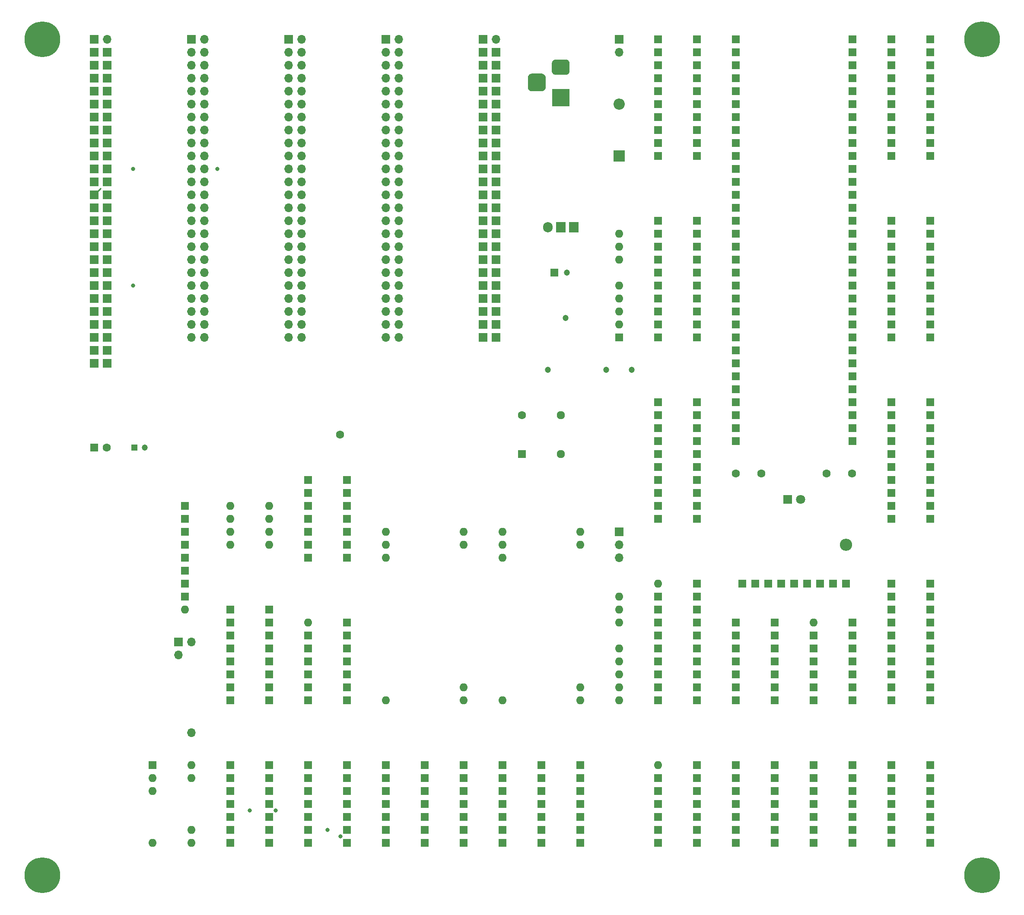
<source format=gbr>
From 0c2ff098bc6a4b4d9f6394e01cb9a9afd4792077 Mon Sep 17 00:00:00 2001
From: exegete <nikitf-97@mail.ru>
Date: Tue, 27 Oct 2020 17:25:05 +0300
Subject: HC, HCT fix. Gerber archive removed. Scheme pdf added.

---
 gerber/motherboard-B_Cu.gbr | 1669 +++++++++++++++++++++----------------------
 1 file changed, 800 insertions(+), 869 deletions(-)

(limited to 'gerber/motherboard-B_Cu.gbr')

diff --git a/gerber/motherboard-B_Cu.gbr b/gerber/motherboard-B_Cu.gbr
index 3330e20..4ac3f43 100644
--- a/gerber/motherboard-B_Cu.gbr
+++ b/gerber/motherboard-B_Cu.gbr
@@ -1,35 +1,73 @@
-G04 #@! TF.GenerationSoftware,KiCad,Pcbnew,5.1.5*
-G04 #@! TF.CreationDate,2020-09-25T13:07:15+03:00*
+G04 #@! TF.GenerationSoftware,KiCad,Pcbnew,5.1.6*
+G04 #@! TF.CreationDate,2020-10-27T17:21:31+03:00*
 G04 #@! TF.ProjectId,motherboard,6d6f7468-6572-4626-9f61-72642e6b6963,rev?*
 G04 #@! TF.SameCoordinates,Original*
 G04 #@! TF.FileFunction,Copper,L2,Bot*
 G04 #@! TF.FilePolarity,Positive*
 %FSLAX46Y46*%
 G04 Gerber Fmt 4.6, Leading zero omitted, Abs format (unit mm)*
-G04 Created by KiCad (PCBNEW 5.1.5) date 2020-09-25 13:07:15*
+G04 Created by KiCad (PCBNEW 5.1.6) date 2020-10-27 17:21:31*
 %MOMM*%
 %LPD*%
+G01*
 G04 APERTURE LIST*
+G04 #@! TA.AperFunction,ComponentPad*
 %ADD10C,7.000000*%
-%ADD11O,1.600000X1.600000*%
-%ADD12R,1.600000X1.600000*%
+G04 #@! TD*
+G04 #@! TA.AperFunction,ComponentPad*
+%ADD11R,1.600000X1.600000*%
+G04 #@! TD*
+G04 #@! TA.AperFunction,ComponentPad*
+%ADD12O,1.600000X1.600000*%
+G04 #@! TD*
+G04 #@! TA.AperFunction,ComponentPad*
 %ADD13C,1.600000*%
+G04 #@! TD*
+G04 #@! TA.AperFunction,ComponentPad*
 %ADD14C,1.200000*%
+G04 #@! TD*
+G04 #@! TA.AperFunction,ComponentPad*
 %ADD15R,1.200000X1.200000*%
+G04 #@! TD*
+G04 #@! TA.AperFunction,ComponentPad*
 %ADD16O,1.700000X1.700000*%
+G04 #@! TD*
+G04 #@! TA.AperFunction,ComponentPad*
 %ADD17R,1.700000X1.700000*%
-%ADD18O,1.905000X2.000000*%
-%ADD19R,1.905000X2.000000*%
+G04 #@! TD*
+G04 #@! TA.AperFunction,ComponentPad*
+%ADD18R,1.905000X2.000000*%
+G04 #@! TD*
+G04 #@! TA.AperFunction,ComponentPad*
+%ADD19O,1.905000X2.000000*%
+G04 #@! TD*
+G04 #@! TA.AperFunction,ComponentPad*
 %ADD20O,2.400000X2.400000*%
+G04 #@! TD*
+G04 #@! TA.AperFunction,ComponentPad*
 %ADD21C,2.400000*%
-%ADD22C,0.100000*%
-%ADD23R,3.500000X3.500000*%
-%ADD24C,1.800000*%
-%ADD25R,1.800000X1.800000*%
-%ADD26O,2.200000X2.200000*%
-%ADD27R,2.200000X2.200000*%
-%ADD28C,0.800000*%
-%ADD29C,0.250000*%
+G04 #@! TD*
+G04 #@! TA.AperFunction,ComponentPad*
+%ADD22R,3.500000X3.500000*%
+G04 #@! TD*
+G04 #@! TA.AperFunction,ComponentPad*
+%ADD23C,1.800000*%
+G04 #@! TD*
+G04 #@! TA.AperFunction,ComponentPad*
+%ADD24R,1.800000X1.800000*%
+G04 #@! TD*
+G04 #@! TA.AperFunction,ComponentPad*
+%ADD25O,2.200000X2.200000*%
+G04 #@! TD*
+G04 #@! TA.AperFunction,ComponentPad*
+%ADD26R,2.200000X2.200000*%
+G04 #@! TD*
+G04 #@! TA.AperFunction,ViaPad*
+%ADD27C,0.800000*%
+G04 #@! TD*
+G04 #@! TA.AperFunction,Conductor*
+%ADD28C,0.250000*%
+G04 #@! TD*
 G04 APERTURE END LIST*
 D10*
 X21590000Y-21590000D03*
@@ -37,138 +75,137 @@ X21590000Y-185420000D03*
 X205740000Y-185420000D03*
 X205740000Y-21590000D03*
 D11*
-X180340000Y-135890000D03*
-X172720000Y-151130000D03*
-X180340000Y-138430000D03*
-X172720000Y-148590000D03*
-X180340000Y-140970000D03*
-X172720000Y-146050000D03*
-X180340000Y-143510000D03*
-X172720000Y-143510000D03*
-X180340000Y-146050000D03*
-X172720000Y-140970000D03*
-X180340000Y-148590000D03*
-X172720000Y-138430000D03*
-X180340000Y-151130000D03*
-D12*
 X172720000Y-135890000D03*
-D11*
-X96520000Y-163830000D03*
-X88900000Y-179070000D03*
-X96520000Y-166370000D03*
-X88900000Y-176530000D03*
-X96520000Y-168910000D03*
-X88900000Y-173990000D03*
-X96520000Y-171450000D03*
-X88900000Y-171450000D03*
-X96520000Y-173990000D03*
-X88900000Y-168910000D03*
-X96520000Y-176530000D03*
-X88900000Y-166370000D03*
-X96520000Y-179070000D03*
 D12*
-X88900000Y-163830000D03*
+X180340000Y-151130000D03*
+X172720000Y-138430000D03*
+X180340000Y-148590000D03*
+X172720000Y-140970000D03*
+X180340000Y-146050000D03*
+X172720000Y-143510000D03*
+X180340000Y-143510000D03*
+X172720000Y-146050000D03*
+X180340000Y-140970000D03*
+X172720000Y-148590000D03*
+X180340000Y-138430000D03*
+X172720000Y-151130000D03*
+X180340000Y-135890000D03*
 D11*
-X111760000Y-163830000D03*
-X104140000Y-179070000D03*
-X111760000Y-166370000D03*
-X104140000Y-176530000D03*
-X111760000Y-168910000D03*
-X104140000Y-173990000D03*
-X111760000Y-171450000D03*
-X104140000Y-171450000D03*
-X111760000Y-173990000D03*
-X104140000Y-168910000D03*
-X111760000Y-176530000D03*
-X104140000Y-166370000D03*
-X111760000Y-179070000D03*
+X88900000Y-163830000D03*
 D12*
-X104140000Y-163830000D03*
+X96520000Y-179070000D03*
+X88900000Y-166370000D03*
+X96520000Y-176530000D03*
+X88900000Y-168910000D03*
+X96520000Y-173990000D03*
+X88900000Y-171450000D03*
+X96520000Y-171450000D03*
+X88900000Y-173990000D03*
+X96520000Y-168910000D03*
+X88900000Y-176530000D03*
+X96520000Y-166370000D03*
+X88900000Y-179070000D03*
+X96520000Y-163830000D03*
 D11*
-X66040000Y-133350000D03*
-X58420000Y-151130000D03*
-X66040000Y-135890000D03*
-X58420000Y-148590000D03*
-X66040000Y-138430000D03*
-X58420000Y-146050000D03*
-X66040000Y-140970000D03*
-X58420000Y-143510000D03*
-X66040000Y-143510000D03*
-X58420000Y-140970000D03*
-X66040000Y-146050000D03*
-X58420000Y-138430000D03*
-X66040000Y-148590000D03*
-X58420000Y-135890000D03*
-X66040000Y-151130000D03*
+X104140000Y-163830000D03*
 D12*
-X58420000Y-133350000D03*
+X111760000Y-179070000D03*
+X104140000Y-166370000D03*
+X111760000Y-176530000D03*
+X104140000Y-168910000D03*
+X111760000Y-173990000D03*
+X104140000Y-171450000D03*
+X111760000Y-171450000D03*
+X104140000Y-173990000D03*
+X111760000Y-168910000D03*
+X104140000Y-176530000D03*
+X111760000Y-166370000D03*
+X104140000Y-179070000D03*
+X111760000Y-163830000D03*
 D11*
-X180340000Y-21590000D03*
-X157480000Y-100330000D03*
-X180340000Y-24130000D03*
-X157480000Y-97790000D03*
-X180340000Y-26670000D03*
-X157480000Y-95250000D03*
-X180340000Y-29210000D03*
-X157480000Y-92710000D03*
-X180340000Y-31750000D03*
-X157480000Y-90170000D03*
-X180340000Y-34290000D03*
-X157480000Y-87630000D03*
-X180340000Y-36830000D03*
-X157480000Y-85090000D03*
-X180340000Y-39370000D03*
-X157480000Y-82550000D03*
-X180340000Y-41910000D03*
-X157480000Y-80010000D03*
-X180340000Y-44450000D03*
-X157480000Y-77470000D03*
-X180340000Y-46990000D03*
-X157480000Y-74930000D03*
-X180340000Y-49530000D03*
-X157480000Y-72390000D03*
-X180340000Y-52070000D03*
-X157480000Y-69850000D03*
-X180340000Y-54610000D03*
-X157480000Y-67310000D03*
-X180340000Y-57150000D03*
-X157480000Y-64770000D03*
-X180340000Y-59690000D03*
-X157480000Y-62230000D03*
-X180340000Y-62230000D03*
-X157480000Y-59690000D03*
-X180340000Y-64770000D03*
-X157480000Y-57150000D03*
-X180340000Y-67310000D03*
-X157480000Y-54610000D03*
-X180340000Y-69850000D03*
-X157480000Y-52070000D03*
-X180340000Y-72390000D03*
-X157480000Y-49530000D03*
-X180340000Y-74930000D03*
-X157480000Y-46990000D03*
-X180340000Y-77470000D03*
-X157480000Y-44450000D03*
-X180340000Y-80010000D03*
-X157480000Y-41910000D03*
-X180340000Y-82550000D03*
-X157480000Y-39370000D03*
-X180340000Y-85090000D03*
-X157480000Y-36830000D03*
-X180340000Y-87630000D03*
-X157480000Y-34290000D03*
-X180340000Y-90170000D03*
-X157480000Y-31750000D03*
-X180340000Y-92710000D03*
-X157480000Y-29210000D03*
-X180340000Y-95250000D03*
-X157480000Y-26670000D03*
-X180340000Y-97790000D03*
-X157480000Y-24130000D03*
-X180340000Y-100330000D03*
+X58420000Y-133350000D03*
 D12*
-X157480000Y-21590000D03*
+X66040000Y-151130000D03*
+X58420000Y-135890000D03*
+X66040000Y-148590000D03*
+X58420000Y-138430000D03*
+X66040000Y-146050000D03*
+X58420000Y-140970000D03*
+X66040000Y-143510000D03*
+X58420000Y-143510000D03*
+X66040000Y-140970000D03*
+X58420000Y-146050000D03*
+X66040000Y-138430000D03*
+X58420000Y-148590000D03*
+X66040000Y-135890000D03*
+X58420000Y-151130000D03*
+X66040000Y-133350000D03*
 D11*
+X157480000Y-21590000D03*
+D12*
+X180340000Y-100330000D03*
+X157480000Y-24130000D03*
+X180340000Y-97790000D03*
+X157480000Y-26670000D03*
+X180340000Y-95250000D03*
+X157480000Y-29210000D03*
+X180340000Y-92710000D03*
+X157480000Y-31750000D03*
+X180340000Y-90170000D03*
+X157480000Y-34290000D03*
+X180340000Y-87630000D03*
+X157480000Y-36830000D03*
+X180340000Y-85090000D03*
+X157480000Y-39370000D03*
+X180340000Y-82550000D03*
+X157480000Y-41910000D03*
+X180340000Y-80010000D03*
+X157480000Y-44450000D03*
+X180340000Y-77470000D03*
+X157480000Y-46990000D03*
+X180340000Y-74930000D03*
+X157480000Y-49530000D03*
+X180340000Y-72390000D03*
+X157480000Y-52070000D03*
+X180340000Y-69850000D03*
+X157480000Y-54610000D03*
+X180340000Y-67310000D03*
+X157480000Y-57150000D03*
+X180340000Y-64770000D03*
+X157480000Y-59690000D03*
+X180340000Y-62230000D03*
+X157480000Y-62230000D03*
+X180340000Y-59690000D03*
+X157480000Y-64770000D03*
+X180340000Y-57150000D03*
+X157480000Y-67310000D03*
+X180340000Y-54610000D03*
+X157480000Y-69850000D03*
+X180340000Y-52070000D03*
+X157480000Y-72390000D03*
+X180340000Y-49530000D03*
+X157480000Y-74930000D03*
+X180340000Y-46990000D03*
+X157480000Y-77470000D03*
+X180340000Y-44450000D03*
+X157480000Y-80010000D03*
+X180340000Y-41910000D03*
+X157480000Y-82550000D03*
+X180340000Y-39370000D03*
+X157480000Y-85090000D03*
+X180340000Y-36830000D03*
+X157480000Y-87630000D03*
+X180340000Y-34290000D03*
+X157480000Y-90170000D03*
+X180340000Y-31750000D03*
+X157480000Y-92710000D03*
+X180340000Y-29210000D03*
+X157480000Y-95250000D03*
+X180340000Y-26670000D03*
+X157480000Y-97790000D03*
+X180340000Y-24130000D03*
+X157480000Y-100330000D03*
+X180340000Y-21590000D03*
 X127000000Y-118110000D03*
 X111760000Y-151130000D03*
 X127000000Y-120650000D03*
@@ -196,153 +233,152 @@ X111760000Y-123190000D03*
 X127000000Y-148590000D03*
 X111760000Y-120650000D03*
 X127000000Y-151130000D03*
-D12*
-X111760000Y-118110000D03*
 D11*
-X81280000Y-135890000D03*
-X73660000Y-151130000D03*
-X81280000Y-138430000D03*
-X73660000Y-148590000D03*
-X81280000Y-140970000D03*
-X73660000Y-146050000D03*
-X81280000Y-143510000D03*
-X73660000Y-143510000D03*
-X81280000Y-146050000D03*
-X73660000Y-140970000D03*
-X81280000Y-148590000D03*
-X73660000Y-138430000D03*
-X81280000Y-151130000D03*
-D12*
+X111760000Y-118110000D03*
 X73660000Y-135890000D03*
-D11*
-X149860000Y-92710000D03*
-X142240000Y-115570000D03*
-X149860000Y-95250000D03*
-X142240000Y-113030000D03*
-X149860000Y-97790000D03*
-X142240000Y-110490000D03*
-X149860000Y-100330000D03*
-X142240000Y-107950000D03*
-X149860000Y-102870000D03*
-X142240000Y-105410000D03*
-X149860000Y-105410000D03*
-X142240000Y-102870000D03*
-X149860000Y-107950000D03*
-X142240000Y-100330000D03*
-X149860000Y-110490000D03*
-X142240000Y-97790000D03*
-X149860000Y-113030000D03*
-X142240000Y-95250000D03*
-X149860000Y-115570000D03*
 D12*
-X142240000Y-92710000D03*
+X81280000Y-151130000D03*
+X73660000Y-138430000D03*
+X81280000Y-148590000D03*
+X73660000Y-140970000D03*
+X81280000Y-146050000D03*
+X73660000Y-143510000D03*
+X81280000Y-143510000D03*
+X73660000Y-146050000D03*
+X81280000Y-140970000D03*
+X73660000Y-148590000D03*
+X81280000Y-138430000D03*
+X73660000Y-151130000D03*
+X81280000Y-135890000D03*
 D11*
-X195580000Y-57150000D03*
-X187960000Y-80010000D03*
-X195580000Y-59690000D03*
-X187960000Y-77470000D03*
-X195580000Y-62230000D03*
-X187960000Y-74930000D03*
-X195580000Y-64770000D03*
-X187960000Y-72390000D03*
-X195580000Y-67310000D03*
-X187960000Y-69850000D03*
-X195580000Y-69850000D03*
-X187960000Y-67310000D03*
-X195580000Y-72390000D03*
-X187960000Y-64770000D03*
-X195580000Y-74930000D03*
-X187960000Y-62230000D03*
-X195580000Y-77470000D03*
-X187960000Y-59690000D03*
-X195580000Y-80010000D03*
+X142240000Y-92710000D03*
 D12*
-X187960000Y-57150000D03*
+X149860000Y-115570000D03*
+X142240000Y-95250000D03*
+X149860000Y-113030000D03*
+X142240000Y-97790000D03*
+X149860000Y-110490000D03*
+X142240000Y-100330000D03*
+X149860000Y-107950000D03*
+X142240000Y-102870000D03*
+X149860000Y-105410000D03*
+X142240000Y-105410000D03*
+X149860000Y-102870000D03*
+X142240000Y-107950000D03*
+X149860000Y-100330000D03*
+X142240000Y-110490000D03*
+X149860000Y-97790000D03*
+X142240000Y-113030000D03*
+X149860000Y-95250000D03*
+X142240000Y-115570000D03*
+X149860000Y-92710000D03*
 D11*
-X81280000Y-107950000D03*
-X73660000Y-123190000D03*
-X81280000Y-110490000D03*
-X73660000Y-120650000D03*
-X81280000Y-113030000D03*
-X73660000Y-118110000D03*
-X81280000Y-115570000D03*
-X73660000Y-115570000D03*
-X81280000Y-118110000D03*
-X73660000Y-113030000D03*
-X81280000Y-120650000D03*
-X73660000Y-110490000D03*
-X81280000Y-123190000D03*
+X187960000Y-57150000D03*
 D12*
-X73660000Y-107950000D03*
+X195580000Y-80010000D03*
+X187960000Y-59690000D03*
+X195580000Y-77470000D03*
+X187960000Y-62230000D03*
+X195580000Y-74930000D03*
+X187960000Y-64770000D03*
+X195580000Y-72390000D03*
+X187960000Y-67310000D03*
+X195580000Y-69850000D03*
+X187960000Y-69850000D03*
+X195580000Y-67310000D03*
+X187960000Y-72390000D03*
+X195580000Y-64770000D03*
+X187960000Y-74930000D03*
+X195580000Y-62230000D03*
+X187960000Y-77470000D03*
+X195580000Y-59690000D03*
+X187960000Y-80010000D03*
+X195580000Y-57150000D03*
 D11*
-X165100000Y-135890000D03*
-X157480000Y-151130000D03*
-X165100000Y-138430000D03*
-X157480000Y-148590000D03*
-X165100000Y-140970000D03*
-X157480000Y-146050000D03*
-X165100000Y-143510000D03*
-X157480000Y-143510000D03*
-X165100000Y-146050000D03*
-X157480000Y-140970000D03*
-X165100000Y-148590000D03*
-X157480000Y-138430000D03*
-X165100000Y-151130000D03*
+X73660000Y-107950000D03*
 D12*
-X157480000Y-135890000D03*
+X81280000Y-123190000D03*
+X73660000Y-110490000D03*
+X81280000Y-120650000D03*
+X73660000Y-113030000D03*
+X81280000Y-118110000D03*
+X73660000Y-115570000D03*
+X81280000Y-115570000D03*
+X73660000Y-118110000D03*
+X81280000Y-113030000D03*
+X73660000Y-120650000D03*
+X81280000Y-110490000D03*
+X73660000Y-123190000D03*
+X81280000Y-107950000D03*
 D11*
-X149860000Y-21590000D03*
-X142240000Y-44450000D03*
-X149860000Y-24130000D03*
-X142240000Y-41910000D03*
-X149860000Y-26670000D03*
-X142240000Y-39370000D03*
-X149860000Y-29210000D03*
-X142240000Y-36830000D03*
-X149860000Y-31750000D03*
-X142240000Y-34290000D03*
-X149860000Y-34290000D03*
-X142240000Y-31750000D03*
-X149860000Y-36830000D03*
-X142240000Y-29210000D03*
-X149860000Y-39370000D03*
-X142240000Y-26670000D03*
-X149860000Y-41910000D03*
-X142240000Y-24130000D03*
-X149860000Y-44450000D03*
+X157480000Y-135890000D03*
 D12*
-X142240000Y-21590000D03*
+X165100000Y-151130000D03*
+X157480000Y-138430000D03*
+X165100000Y-148590000D03*
+X157480000Y-140970000D03*
+X165100000Y-146050000D03*
+X157480000Y-143510000D03*
+X165100000Y-143510000D03*
+X157480000Y-146050000D03*
+X165100000Y-140970000D03*
+X157480000Y-148590000D03*
+X165100000Y-138430000D03*
+X157480000Y-151130000D03*
+X165100000Y-135890000D03*
 D11*
-X195580000Y-92710000D03*
-X187960000Y-115570000D03*
-X195580000Y-95250000D03*
-X187960000Y-113030000D03*
-X195580000Y-97790000D03*
-X187960000Y-110490000D03*
-X195580000Y-100330000D03*
-X187960000Y-107950000D03*
-X195580000Y-102870000D03*
-X187960000Y-105410000D03*
-X195580000Y-105410000D03*
-X187960000Y-102870000D03*
-X195580000Y-107950000D03*
-X187960000Y-100330000D03*
-X195580000Y-110490000D03*
-X187960000Y-97790000D03*
-X195580000Y-113030000D03*
-X187960000Y-95250000D03*
-X195580000Y-115570000D03*
+X142240000Y-21590000D03*
 D12*
+X149860000Y-44450000D03*
+X142240000Y-24130000D03*
+X149860000Y-41910000D03*
+X142240000Y-26670000D03*
+X149860000Y-39370000D03*
+X142240000Y-29210000D03*
+X149860000Y-36830000D03*
+X142240000Y-31750000D03*
+X149860000Y-34290000D03*
+X142240000Y-34290000D03*
+X149860000Y-31750000D03*
+X142240000Y-36830000D03*
+X149860000Y-29210000D03*
+X142240000Y-39370000D03*
+X149860000Y-26670000D03*
+X142240000Y-41910000D03*
+X149860000Y-24130000D03*
+X142240000Y-44450000D03*
+X149860000Y-21590000D03*
+D11*
 X187960000Y-92710000D03*
+D12*
+X195580000Y-115570000D03*
+X187960000Y-95250000D03*
+X195580000Y-113030000D03*
+X187960000Y-97790000D03*
+X195580000Y-110490000D03*
+X187960000Y-100330000D03*
+X195580000Y-107950000D03*
+X187960000Y-102870000D03*
+X195580000Y-105410000D03*
+X187960000Y-105410000D03*
+X195580000Y-102870000D03*
+X187960000Y-107950000D03*
+X195580000Y-100330000D03*
+X187960000Y-110490000D03*
+X195580000Y-97790000D03*
+X187960000Y-113030000D03*
+X195580000Y-95250000D03*
+X187960000Y-115570000D03*
+X195580000Y-92710000D03*
 D13*
 X34250000Y-101600000D03*
-D12*
+D11*
 X31750000Y-101600000D03*
 D14*
 X41656000Y-101600000D03*
 D15*
 X39656000Y-101600000D03*
-D11*
+D12*
 X50800000Y-163830000D03*
 X43180000Y-179070000D03*
 X50800000Y-166370000D03*
@@ -356,7 +392,7 @@ X43180000Y-168910000D03*
 X50800000Y-176530000D03*
 X43180000Y-166370000D03*
 X50800000Y-179070000D03*
-D12*
+D11*
 X43180000Y-163830000D03*
 D16*
 X50800000Y-157480000D03*
@@ -376,68 +412,67 @@ X48260000Y-142240000D03*
 X50800000Y-139700000D03*
 D17*
 X48260000Y-139700000D03*
+X107950000Y-21590000D03*
 D16*
-X110490000Y-80010000D03*
-X107950000Y-80010000D03*
-X110490000Y-77470000D03*
-X107950000Y-77470000D03*
-X110490000Y-74930000D03*
-X107950000Y-74930000D03*
-X110490000Y-72390000D03*
-X107950000Y-72390000D03*
-X110490000Y-69850000D03*
-X107950000Y-69850000D03*
-X110490000Y-67310000D03*
-X107950000Y-67310000D03*
-X110490000Y-64770000D03*
-X107950000Y-64770000D03*
-X110490000Y-62230000D03*
-X107950000Y-62230000D03*
-X110490000Y-59690000D03*
-X107950000Y-59690000D03*
-X110490000Y-57150000D03*
-X107950000Y-57150000D03*
-X110490000Y-54610000D03*
-X107950000Y-54610000D03*
-X110490000Y-52070000D03*
-X107950000Y-52070000D03*
-X110490000Y-49530000D03*
-X107950000Y-49530000D03*
-X110490000Y-46990000D03*
-X107950000Y-46990000D03*
-X110490000Y-44450000D03*
-X107950000Y-44450000D03*
-X110490000Y-41910000D03*
-X107950000Y-41910000D03*
-X110490000Y-39370000D03*
-X107950000Y-39370000D03*
-X110490000Y-36830000D03*
-X107950000Y-36830000D03*
-X110490000Y-34290000D03*
-X107950000Y-34290000D03*
-X110490000Y-31750000D03*
-X107950000Y-31750000D03*
-X110490000Y-29210000D03*
-X107950000Y-29210000D03*
-X110490000Y-26670000D03*
-X107950000Y-26670000D03*
-X110490000Y-24130000D03*
-X107950000Y-24130000D03*
 X110490000Y-21590000D03*
-D17*
-X107950000Y-21590000D03*
+X107950000Y-24130000D03*
+X110490000Y-24130000D03*
+X107950000Y-26670000D03*
+X110490000Y-26670000D03*
+X107950000Y-29210000D03*
+X110490000Y-29210000D03*
+X107950000Y-31750000D03*
+X110490000Y-31750000D03*
+X107950000Y-34290000D03*
+X110490000Y-34290000D03*
+X107950000Y-36830000D03*
+X110490000Y-36830000D03*
+X107950000Y-39370000D03*
+X110490000Y-39370000D03*
+X107950000Y-41910000D03*
+X110490000Y-41910000D03*
+X107950000Y-44450000D03*
+X110490000Y-44450000D03*
+X107950000Y-46990000D03*
+X110490000Y-46990000D03*
+X107950000Y-49530000D03*
+X110490000Y-49530000D03*
+X107950000Y-52070000D03*
+X110490000Y-52070000D03*
+X107950000Y-54610000D03*
+X110490000Y-54610000D03*
+X107950000Y-57150000D03*
+X110490000Y-57150000D03*
+X107950000Y-59690000D03*
+X110490000Y-59690000D03*
+X107950000Y-62230000D03*
+X110490000Y-62230000D03*
+X107950000Y-64770000D03*
+X110490000Y-64770000D03*
+X107950000Y-67310000D03*
+X110490000Y-67310000D03*
+X107950000Y-69850000D03*
+X110490000Y-69850000D03*
+X107950000Y-72390000D03*
+X110490000Y-72390000D03*
+X107950000Y-74930000D03*
+X110490000Y-74930000D03*
+X107950000Y-77470000D03*
+X110490000Y-77470000D03*
+X107950000Y-80010000D03*
+X110490000Y-80010000D03*
+D11*
+X115570000Y-102870000D03*
 D13*
-X123190000Y-102870000D03*
-X123190000Y-95250000D03*
 X115570000Y-95250000D03*
-D12*
-X115570000Y-102870000D03*
+X123190000Y-95250000D03*
+X123190000Y-102870000D03*
 D18*
-X125730000Y-58420000D03*
-X123190000Y-58420000D03*
-D19*
 X120650000Y-58420000D03*
-D11*
+D19*
+X123190000Y-58420000D03*
+X125730000Y-58420000D03*
+D12*
 X66040000Y-113030000D03*
 X58420000Y-120650000D03*
 X66040000Y-115570000D03*
@@ -445,145 +480,143 @@ X58420000Y-118110000D03*
 X66040000Y-118110000D03*
 X58420000Y-115570000D03*
 X66040000Y-120650000D03*
-D12*
-X58420000Y-113030000D03*
 D11*
-X149860000Y-128270000D03*
-X142240000Y-151130000D03*
-X149860000Y-130810000D03*
-X142240000Y-148590000D03*
-X149860000Y-133350000D03*
-X142240000Y-146050000D03*
-X149860000Y-135890000D03*
-X142240000Y-143510000D03*
-X149860000Y-138430000D03*
-X142240000Y-140970000D03*
-X149860000Y-140970000D03*
-X142240000Y-138430000D03*
-X149860000Y-143510000D03*
-X142240000Y-135890000D03*
-X149860000Y-146050000D03*
-X142240000Y-133350000D03*
-X149860000Y-148590000D03*
-X142240000Y-130810000D03*
-X149860000Y-151130000D03*
-D12*
+X58420000Y-113030000D03*
 X142240000Y-128270000D03*
-D11*
-X195580000Y-128270000D03*
-X187960000Y-151130000D03*
-X195580000Y-130810000D03*
-X187960000Y-148590000D03*
-X195580000Y-133350000D03*
-X187960000Y-146050000D03*
-X195580000Y-135890000D03*
-X187960000Y-143510000D03*
-X195580000Y-138430000D03*
-X187960000Y-140970000D03*
-X195580000Y-140970000D03*
-X187960000Y-138430000D03*
-X195580000Y-143510000D03*
-X187960000Y-135890000D03*
-X195580000Y-146050000D03*
-X187960000Y-133350000D03*
-X195580000Y-148590000D03*
-X187960000Y-130810000D03*
-X195580000Y-151130000D03*
 D12*
-X187960000Y-128270000D03*
-D11*
-X149860000Y-57150000D03*
-X142240000Y-80010000D03*
-X149860000Y-59690000D03*
-X142240000Y-77470000D03*
-X149860000Y-62230000D03*
-X142240000Y-74930000D03*
-X149860000Y-64770000D03*
-X142240000Y-72390000D03*
-X149860000Y-67310000D03*
-X142240000Y-69850000D03*
-X149860000Y-69850000D03*
-X142240000Y-67310000D03*
-X149860000Y-72390000D03*
-X142240000Y-64770000D03*
-X149860000Y-74930000D03*
-X142240000Y-62230000D03*
-X149860000Y-77470000D03*
-X142240000Y-59690000D03*
-X149860000Y-80010000D03*
+X149860000Y-151130000D03*
+X142240000Y-130810000D03*
+X149860000Y-148590000D03*
+X142240000Y-133350000D03*
+X149860000Y-146050000D03*
+X142240000Y-135890000D03*
+X149860000Y-143510000D03*
+X142240000Y-138430000D03*
+X149860000Y-140970000D03*
+X142240000Y-140970000D03*
+X149860000Y-138430000D03*
+X142240000Y-143510000D03*
+X149860000Y-135890000D03*
+X142240000Y-146050000D03*
+X149860000Y-133350000D03*
+X142240000Y-148590000D03*
+X149860000Y-130810000D03*
+X142240000Y-151130000D03*
+X149860000Y-128270000D03*
+D11*
+X187960000Y-128270000D03*
 D12*
-X142240000Y-57150000D03*
+X195580000Y-151130000D03*
+X187960000Y-130810000D03*
+X195580000Y-148590000D03*
+X187960000Y-133350000D03*
+X195580000Y-146050000D03*
+X187960000Y-135890000D03*
+X195580000Y-143510000D03*
+X187960000Y-138430000D03*
+X195580000Y-140970000D03*
+X187960000Y-140970000D03*
+X195580000Y-138430000D03*
+X187960000Y-143510000D03*
+X195580000Y-135890000D03*
+X187960000Y-146050000D03*
+X195580000Y-133350000D03*
+X187960000Y-148590000D03*
+X195580000Y-130810000D03*
+X187960000Y-151130000D03*
+X195580000Y-128270000D03*
 D11*
-X195580000Y-21590000D03*
-X187960000Y-44450000D03*
-X195580000Y-24130000D03*
-X187960000Y-41910000D03*
-X195580000Y-26670000D03*
-X187960000Y-39370000D03*
-X195580000Y-29210000D03*
-X187960000Y-36830000D03*
-X195580000Y-31750000D03*
-X187960000Y-34290000D03*
-X195580000Y-34290000D03*
-X187960000Y-31750000D03*
-X195580000Y-36830000D03*
-X187960000Y-29210000D03*
-X195580000Y-39370000D03*
-X187960000Y-26670000D03*
-X195580000Y-41910000D03*
-X187960000Y-24130000D03*
-X195580000Y-44450000D03*
+X142240000Y-57150000D03*
 D12*
-X187960000Y-21590000D03*
+X149860000Y-80010000D03*
+X142240000Y-59690000D03*
+X149860000Y-77470000D03*
+X142240000Y-62230000D03*
+X149860000Y-74930000D03*
+X142240000Y-64770000D03*
+X149860000Y-72390000D03*
+X142240000Y-67310000D03*
+X149860000Y-69850000D03*
+X142240000Y-69850000D03*
+X149860000Y-67310000D03*
+X142240000Y-72390000D03*
+X149860000Y-64770000D03*
+X142240000Y-74930000D03*
+X149860000Y-62230000D03*
+X142240000Y-77470000D03*
+X149860000Y-59690000D03*
+X142240000Y-80010000D03*
+X149860000Y-57150000D03*
 D11*
-X81280000Y-163830000D03*
-X73660000Y-179070000D03*
-X81280000Y-166370000D03*
-X73660000Y-176530000D03*
-X81280000Y-168910000D03*
-X73660000Y-173990000D03*
-X81280000Y-171450000D03*
-X73660000Y-171450000D03*
-X81280000Y-173990000D03*
-X73660000Y-168910000D03*
-X81280000Y-176530000D03*
-X73660000Y-166370000D03*
-X81280000Y-179070000D03*
+X187960000Y-21590000D03*
 D12*
-X73660000Y-163830000D03*
+X195580000Y-44450000D03*
+X187960000Y-24130000D03*
+X195580000Y-41910000D03*
+X187960000Y-26670000D03*
+X195580000Y-39370000D03*
+X187960000Y-29210000D03*
+X195580000Y-36830000D03*
+X187960000Y-31750000D03*
+X195580000Y-34290000D03*
+X187960000Y-34290000D03*
+X195580000Y-31750000D03*
+X187960000Y-36830000D03*
+X195580000Y-29210000D03*
+X187960000Y-39370000D03*
+X195580000Y-26670000D03*
+X187960000Y-41910000D03*
+X195580000Y-24130000D03*
+X187960000Y-44450000D03*
+X195580000Y-21590000D03*
 D11*
-X66040000Y-163830000D03*
-X58420000Y-179070000D03*
-X66040000Y-166370000D03*
-X58420000Y-176530000D03*
-X66040000Y-168910000D03*
-X58420000Y-173990000D03*
-X66040000Y-171450000D03*
-X58420000Y-171450000D03*
-X66040000Y-173990000D03*
-X58420000Y-168910000D03*
-X66040000Y-176530000D03*
-X58420000Y-166370000D03*
-X66040000Y-179070000D03*
+X73660000Y-163830000D03*
 D12*
-X58420000Y-163830000D03*
+X81280000Y-179070000D03*
+X73660000Y-166370000D03*
+X81280000Y-176530000D03*
+X73660000Y-168910000D03*
+X81280000Y-173990000D03*
+X73660000Y-171450000D03*
+X81280000Y-171450000D03*
+X73660000Y-173990000D03*
+X81280000Y-168910000D03*
+X73660000Y-176530000D03*
+X81280000Y-166370000D03*
+X73660000Y-179070000D03*
+X81280000Y-163830000D03*
 D11*
-X195580000Y-163830000D03*
-X187960000Y-179070000D03*
-X195580000Y-166370000D03*
-X187960000Y-176530000D03*
-X195580000Y-168910000D03*
-X187960000Y-173990000D03*
-X195580000Y-171450000D03*
-X187960000Y-171450000D03*
-X195580000Y-173990000D03*
-X187960000Y-168910000D03*
-X195580000Y-176530000D03*
-X187960000Y-166370000D03*
-X195580000Y-179070000D03*
+X58420000Y-163830000D03*
 D12*
-X187960000Y-163830000D03*
+X66040000Y-179070000D03*
+X58420000Y-166370000D03*
+X66040000Y-176530000D03*
+X58420000Y-168910000D03*
+X66040000Y-173990000D03*
+X58420000Y-171450000D03*
+X66040000Y-171450000D03*
+X58420000Y-173990000D03*
+X66040000Y-168910000D03*
+X58420000Y-176530000D03*
+X66040000Y-166370000D03*
+X58420000Y-179070000D03*
+X66040000Y-163830000D03*
 D11*
+X187960000Y-163830000D03*
+D12*
+X195580000Y-179070000D03*
+X187960000Y-166370000D03*
+X195580000Y-176530000D03*
+X187960000Y-168910000D03*
+X195580000Y-173990000D03*
+X187960000Y-171450000D03*
+X195580000Y-171450000D03*
+X187960000Y-173990000D03*
+X195580000Y-168910000D03*
+X187960000Y-176530000D03*
+X195580000Y-166370000D03*
+X187960000Y-179070000D03*
+X195580000Y-163830000D03*
 X104140000Y-118110000D03*
 X88900000Y-151130000D03*
 X104140000Y-120650000D03*
@@ -611,84 +644,82 @@ X88900000Y-123190000D03*
 X104140000Y-148590000D03*
 X88900000Y-120650000D03*
 X104140000Y-151130000D03*
-D12*
-X88900000Y-118110000D03*
 D11*
-X149860000Y-163830000D03*
-X142240000Y-179070000D03*
-X149860000Y-166370000D03*
-X142240000Y-176530000D03*
-X149860000Y-168910000D03*
-X142240000Y-173990000D03*
-X149860000Y-171450000D03*
-X142240000Y-171450000D03*
-X149860000Y-173990000D03*
-X142240000Y-168910000D03*
-X149860000Y-176530000D03*
-X142240000Y-166370000D03*
-X149860000Y-179070000D03*
-D12*
+X88900000Y-118110000D03*
 X142240000Y-163830000D03*
-D11*
-X180340000Y-163830000D03*
-X172720000Y-179070000D03*
-X180340000Y-166370000D03*
-X172720000Y-176530000D03*
-X180340000Y-168910000D03*
-X172720000Y-173990000D03*
-X180340000Y-171450000D03*
-X172720000Y-171450000D03*
-X180340000Y-173990000D03*
-X172720000Y-168910000D03*
-X180340000Y-176530000D03*
-X172720000Y-166370000D03*
-X180340000Y-179070000D03*
 D12*
-X172720000Y-163830000D03*
+X149860000Y-179070000D03*
+X142240000Y-166370000D03*
+X149860000Y-176530000D03*
+X142240000Y-168910000D03*
+X149860000Y-173990000D03*
+X142240000Y-171450000D03*
+X149860000Y-171450000D03*
+X142240000Y-173990000D03*
+X149860000Y-168910000D03*
+X142240000Y-176530000D03*
+X149860000Y-166370000D03*
+X142240000Y-179070000D03*
+X149860000Y-163830000D03*
 D11*
-X127000000Y-163830000D03*
-X119380000Y-179070000D03*
-X127000000Y-166370000D03*
-X119380000Y-176530000D03*
-X127000000Y-168910000D03*
-X119380000Y-173990000D03*
-X127000000Y-171450000D03*
-X119380000Y-171450000D03*
-X127000000Y-173990000D03*
-X119380000Y-168910000D03*
-X127000000Y-176530000D03*
-X119380000Y-166370000D03*
-X127000000Y-179070000D03*
+X172720000Y-163830000D03*
 D12*
-X119380000Y-163830000D03*
+X180340000Y-179070000D03*
+X172720000Y-166370000D03*
+X180340000Y-176530000D03*
+X172720000Y-168910000D03*
+X180340000Y-173990000D03*
+X172720000Y-171450000D03*
+X180340000Y-171450000D03*
+X172720000Y-173990000D03*
+X180340000Y-168910000D03*
+X172720000Y-176530000D03*
+X180340000Y-166370000D03*
+X172720000Y-179070000D03*
+X180340000Y-163830000D03*
 D11*
-X165100000Y-163830000D03*
-X157480000Y-179070000D03*
-X165100000Y-166370000D03*
-X157480000Y-176530000D03*
-X165100000Y-168910000D03*
-X157480000Y-173990000D03*
-X165100000Y-171450000D03*
-X157480000Y-171450000D03*
-X165100000Y-173990000D03*
-X157480000Y-168910000D03*
-X165100000Y-176530000D03*
-X157480000Y-166370000D03*
-X165100000Y-179070000D03*
+X119380000Y-163830000D03*
 D12*
-X157480000Y-163830000D03*
+X127000000Y-179070000D03*
+X119380000Y-166370000D03*
+X127000000Y-176530000D03*
+X119380000Y-168910000D03*
+X127000000Y-173990000D03*
+X119380000Y-171450000D03*
+X127000000Y-171450000D03*
+X119380000Y-173990000D03*
+X127000000Y-168910000D03*
+X119380000Y-176530000D03*
+X127000000Y-166370000D03*
+X119380000Y-179070000D03*
+X127000000Y-163830000D03*
 D11*
-X179070000Y-128270000D03*
-X176530000Y-128270000D03*
-X173990000Y-128270000D03*
-X171450000Y-128270000D03*
-X168910000Y-128270000D03*
-X166370000Y-128270000D03*
-X163830000Y-128270000D03*
-X161290000Y-128270000D03*
+X157480000Y-163830000D03*
 D12*
-X158750000Y-128270000D03*
+X165100000Y-179070000D03*
+X157480000Y-166370000D03*
+X165100000Y-176530000D03*
+X157480000Y-168910000D03*
+X165100000Y-173990000D03*
+X157480000Y-171450000D03*
+X165100000Y-171450000D03*
+X157480000Y-173990000D03*
+X165100000Y-168910000D03*
+X157480000Y-176530000D03*
+X165100000Y-166370000D03*
+X157480000Y-179070000D03*
+X165100000Y-163830000D03*
 D11*
+X158750000Y-128270000D03*
+D12*
+X161290000Y-128270000D03*
+X163830000Y-128270000D03*
+X166370000Y-128270000D03*
+X168910000Y-128270000D03*
+X171450000Y-128270000D03*
+X173990000Y-128270000D03*
+X176530000Y-128270000D03*
+X179070000Y-128270000D03*
 X134620000Y-130810000D03*
 X134620000Y-133350000D03*
 X134620000Y-135890000D03*
@@ -697,20 +728,18 @@ X134620000Y-140970000D03*
 X134620000Y-143510000D03*
 X134620000Y-146050000D03*
 X134620000Y-148590000D03*
-D12*
-X134620000Y-151130000D03*
 D11*
-X49530000Y-113030000D03*
-X49530000Y-115570000D03*
-X49530000Y-118110000D03*
-X49530000Y-120650000D03*
-X49530000Y-123190000D03*
-X49530000Y-125730000D03*
-X49530000Y-128270000D03*
-X49530000Y-130810000D03*
-D12*
+X134620000Y-151130000D03*
 X49530000Y-133350000D03*
-D11*
+D12*
+X49530000Y-130810000D03*
+X49530000Y-128270000D03*
+X49530000Y-125730000D03*
+X49530000Y-123190000D03*
+X49530000Y-120650000D03*
+X49530000Y-118110000D03*
+X49530000Y-115570000D03*
+X49530000Y-113030000D03*
 X134620000Y-59690000D03*
 X134620000Y-62230000D03*
 X134620000Y-64770000D03*
@@ -719,7 +748,7 @@ X134620000Y-69850000D03*
 X134620000Y-72390000D03*
 X134620000Y-74930000D03*
 X134620000Y-77470000D03*
-D12*
+D11*
 X134620000Y-80010000D03*
 D20*
 X179070000Y-120650000D03*
@@ -769,373 +798,275 @@ D16*
 X134620000Y-24130000D03*
 D17*
 X134620000Y-21590000D03*
-G04 #@! TA.AperFunction,ComponentPad*
 D22*
+X123190000Y-33020000D03*
+G04 #@! TA.AperFunction,ComponentPad*
 G36*
-X119450765Y-28274213D02*
 G01*
-X119535704Y-28286813D01*
-X119618999Y-28307677D01*
-X119699848Y-28336605D01*
-X119777472Y-28373319D01*
-X119851124Y-28417464D01*
-X119920094Y-28468616D01*
-X119983718Y-28526282D01*
-X120041384Y-28589906D01*
-X120092536Y-28658876D01*
-X120136681Y-28732528D01*
-X120173395Y-28810152D01*
-X120202323Y-28891001D01*
-X120223187Y-28974296D01*
-X120235787Y-29059235D01*
-X120240000Y-29145000D01*
-X120240000Y-30895000D01*
-X120235787Y-30980765D01*
-X120223187Y-31065704D01*
-X120202323Y-31148999D01*
-X120173395Y-31229848D01*
-X120136681Y-31307472D01*
-X120092536Y-31381124D01*
-X120041384Y-31450094D01*
-X119983718Y-31513718D01*
-X119920094Y-31571384D01*
-X119851124Y-31622536D01*
-X119777472Y-31666681D01*
-X119699848Y-31703395D01*
-X119618999Y-31732323D01*
-X119535704Y-31753187D01*
-X119450765Y-31765787D01*
-X119365000Y-31770000D01*
-X117615000Y-31770000D01*
-X117529235Y-31765787D01*
-X117444296Y-31753187D01*
-X117361001Y-31732323D01*
-X117280152Y-31703395D01*
-X117202528Y-31666681D01*
-X117128876Y-31622536D01*
-X117059906Y-31571384D01*
-X116996282Y-31513718D01*
-X116938616Y-31450094D01*
-X116887464Y-31381124D01*
-X116843319Y-31307472D01*
-X116806605Y-31229848D01*
-X116777677Y-31148999D01*
-X116756813Y-31065704D01*
-X116744213Y-30980765D01*
-X116740000Y-30895000D01*
-X116740000Y-29145000D01*
-X116744213Y-29059235D01*
-X116756813Y-28974296D01*
-X116777677Y-28891001D01*
-X116806605Y-28810152D01*
-X116843319Y-28732528D01*
-X116887464Y-28658876D01*
-X116938616Y-28589906D01*
-X116996282Y-28526282D01*
-X117059906Y-28468616D01*
-X117128876Y-28417464D01*
-X117202528Y-28373319D01*
-X117280152Y-28336605D01*
-X117361001Y-28307677D01*
-X117444296Y-28286813D01*
-X117529235Y-28274213D01*
-X117615000Y-28270000D01*
-X119365000Y-28270000D01*
-X119450765Y-28274213D01*
+X122190000Y-25520000D02*
+X124190000Y-25520000D01*
+G75*
+G02*
+X124940000Y-26270000I0J-750000D01*
+G01*
+X124940000Y-27770000D01*
+G75*
+G02*
+X124190000Y-28520000I-750000J0D01*
+G01*
+X122190000Y-28520000D01*
+G75*
+G02*
+X121440000Y-27770000I0J750000D01*
+G01*
+X121440000Y-26270000D01*
+G75*
+G02*
+X122190000Y-25520000I750000J0D01*
+G01*
 G37*
 G04 #@! TD.AperFunction*
 G04 #@! TA.AperFunction,ComponentPad*
 G36*
-X124263513Y-25523611D02*
 G01*
-X124336318Y-25534411D01*
-X124407714Y-25552295D01*
-X124477013Y-25577090D01*
-X124543548Y-25608559D01*
-X124606678Y-25646398D01*
-X124665795Y-25690242D01*
-X124720330Y-25739670D01*
-X124769758Y-25794205D01*
-X124813602Y-25853322D01*
-X124851441Y-25916452D01*
-X124882910Y-25982987D01*
-X124907705Y-26052286D01*
-X124925589Y-26123682D01*
-X124936389Y-26196487D01*
-X124940000Y-26270000D01*
-X124940000Y-27770000D01*
-X124936389Y-27843513D01*
-X124925589Y-27916318D01*
-X124907705Y-27987714D01*
-X124882910Y-28057013D01*
-X124851441Y-28123548D01*
-X124813602Y-28186678D01*
-X124769758Y-28245795D01*
-X124720330Y-28300330D01*
-X124665795Y-28349758D01*
-X124606678Y-28393602D01*
-X124543548Y-28431441D01*
-X124477013Y-28462910D01*
-X124407714Y-28487705D01*
-X124336318Y-28505589D01*
-X124263513Y-28516389D01*
-X124190000Y-28520000D01*
-X122190000Y-28520000D01*
-X122116487Y-28516389D01*
-X122043682Y-28505589D01*
-X121972286Y-28487705D01*
-X121902987Y-28462910D01*
-X121836452Y-28431441D01*
-X121773322Y-28393602D01*
-X121714205Y-28349758D01*
-X121659670Y-28300330D01*
-X121610242Y-28245795D01*
-X121566398Y-28186678D01*
-X121528559Y-28123548D01*
-X121497090Y-28057013D01*
-X121472295Y-27987714D01*
-X121454411Y-27916318D01*
-X121443611Y-27843513D01*
-X121440000Y-27770000D01*
-X121440000Y-26270000D01*
-X121443611Y-26196487D01*
-X121454411Y-26123682D01*
-X121472295Y-26052286D01*
-X121497090Y-25982987D01*
-X121528559Y-25916452D01*
-X121566398Y-25853322D01*
-X121610242Y-25794205D01*
-X121659670Y-25739670D01*
-X121714205Y-25690242D01*
-X121773322Y-25646398D01*
-X121836452Y-25608559D01*
-X121902987Y-25577090D01*
-X121972286Y-25552295D01*
-X122043682Y-25534411D01*
-X122116487Y-25523611D01*
-X122190000Y-25520000D01*
-X124190000Y-25520000D01*
-X124263513Y-25523611D01*
+X117615000Y-28270000D02*
+X119365000Y-28270000D01*
+G75*
+G02*
+X120240000Y-29145000I0J-875000D01*
+G01*
+X120240000Y-30895000D01*
+G75*
+G02*
+X119365000Y-31770000I-875000J0D01*
+G01*
+X117615000Y-31770000D01*
+G75*
+G02*
+X116740000Y-30895000I0J875000D01*
+G01*
+X116740000Y-29145000D01*
+G75*
+G02*
+X117615000Y-28270000I875000J0D01*
+G01*
 G37*
 G04 #@! TD.AperFunction*
-D23*
-X123190000Y-33020000D03*
 D16*
 X134620000Y-123190000D03*
 X134620000Y-120650000D03*
 D17*
 X134620000Y-118110000D03*
+X88900000Y-21590000D03*
 D16*
-X91440000Y-80010000D03*
-X88900000Y-80010000D03*
-X91440000Y-77470000D03*
-X88900000Y-77470000D03*
-X91440000Y-74930000D03*
-X88900000Y-74930000D03*
-X91440000Y-72390000D03*
-X88900000Y-72390000D03*
-X91440000Y-69850000D03*
-X88900000Y-69850000D03*
-X91440000Y-67310000D03*
-X88900000Y-67310000D03*
-X91440000Y-64770000D03*
-X88900000Y-64770000D03*
-X91440000Y-62230000D03*
-X88900000Y-62230000D03*
-X91440000Y-59690000D03*
-X88900000Y-59690000D03*
-X91440000Y-57150000D03*
-X88900000Y-57150000D03*
-X91440000Y-54610000D03*
-X88900000Y-54610000D03*
-X91440000Y-52070000D03*
-X88900000Y-52070000D03*
-X91440000Y-49530000D03*
-X88900000Y-49530000D03*
-X91440000Y-46990000D03*
-X88900000Y-46990000D03*
-X91440000Y-44450000D03*
-X88900000Y-44450000D03*
-X91440000Y-41910000D03*
-X88900000Y-41910000D03*
-X91440000Y-39370000D03*
-X88900000Y-39370000D03*
-X91440000Y-36830000D03*
-X88900000Y-36830000D03*
-X91440000Y-34290000D03*
-X88900000Y-34290000D03*
-X91440000Y-31750000D03*
-X88900000Y-31750000D03*
-X91440000Y-29210000D03*
-X88900000Y-29210000D03*
-X91440000Y-26670000D03*
-X88900000Y-26670000D03*
-X91440000Y-24130000D03*
-X88900000Y-24130000D03*
 X91440000Y-21590000D03*
+X88900000Y-24130000D03*
+X91440000Y-24130000D03*
+X88900000Y-26670000D03*
+X91440000Y-26670000D03*
+X88900000Y-29210000D03*
+X91440000Y-29210000D03*
+X88900000Y-31750000D03*
+X91440000Y-31750000D03*
+X88900000Y-34290000D03*
+X91440000Y-34290000D03*
+X88900000Y-36830000D03*
+X91440000Y-36830000D03*
+X88900000Y-39370000D03*
+X91440000Y-39370000D03*
+X88900000Y-41910000D03*
+X91440000Y-41910000D03*
+X88900000Y-44450000D03*
+X91440000Y-44450000D03*
+X88900000Y-46990000D03*
+X91440000Y-46990000D03*
+X88900000Y-49530000D03*
+X91440000Y-49530000D03*
+X88900000Y-52070000D03*
+X91440000Y-52070000D03*
+X88900000Y-54610000D03*
+X91440000Y-54610000D03*
+X88900000Y-57150000D03*
+X91440000Y-57150000D03*
+X88900000Y-59690000D03*
+X91440000Y-59690000D03*
+X88900000Y-62230000D03*
+X91440000Y-62230000D03*
+X88900000Y-64770000D03*
+X91440000Y-64770000D03*
+X88900000Y-67310000D03*
+X91440000Y-67310000D03*
+X88900000Y-69850000D03*
+X91440000Y-69850000D03*
+X88900000Y-72390000D03*
+X91440000Y-72390000D03*
+X88900000Y-74930000D03*
+X91440000Y-74930000D03*
+X88900000Y-77470000D03*
+X91440000Y-77470000D03*
+X88900000Y-80010000D03*
+X91440000Y-80010000D03*
 D17*
-X88900000Y-21590000D03*
+X69850000Y-21590000D03*
 D16*
-X72390000Y-80010000D03*
-X69850000Y-80010000D03*
-X72390000Y-77470000D03*
-X69850000Y-77470000D03*
-X72390000Y-74930000D03*
-X69850000Y-74930000D03*
-X72390000Y-72390000D03*
-X69850000Y-72390000D03*
-X72390000Y-69850000D03*
-X69850000Y-69850000D03*
-X72390000Y-67310000D03*
-X69850000Y-67310000D03*
-X72390000Y-64770000D03*
-X69850000Y-64770000D03*
-X72390000Y-62230000D03*
-X69850000Y-62230000D03*
-X72390000Y-59690000D03*
-X69850000Y-59690000D03*
-X72390000Y-57150000D03*
-X69850000Y-57150000D03*
-X72390000Y-54610000D03*
-X69850000Y-54610000D03*
-X72390000Y-52070000D03*
-X69850000Y-52070000D03*
-X72390000Y-49530000D03*
-X69850000Y-49530000D03*
-X72390000Y-46990000D03*
-X69850000Y-46990000D03*
-X72390000Y-44450000D03*
-X69850000Y-44450000D03*
-X72390000Y-41910000D03*
-X69850000Y-41910000D03*
-X72390000Y-39370000D03*
-X69850000Y-39370000D03*
-X72390000Y-36830000D03*
-X69850000Y-36830000D03*
-X72390000Y-34290000D03*
-X69850000Y-34290000D03*
-X72390000Y-31750000D03*
-X69850000Y-31750000D03*
-X72390000Y-29210000D03*
-X69850000Y-29210000D03*
-X72390000Y-26670000D03*
-X69850000Y-26670000D03*
-X72390000Y-24130000D03*
-X69850000Y-24130000D03*
 X72390000Y-21590000D03*
+X69850000Y-24130000D03*
+X72390000Y-24130000D03*
+X69850000Y-26670000D03*
+X72390000Y-26670000D03*
+X69850000Y-29210000D03*
+X72390000Y-29210000D03*
+X69850000Y-31750000D03*
+X72390000Y-31750000D03*
+X69850000Y-34290000D03*
+X72390000Y-34290000D03*
+X69850000Y-36830000D03*
+X72390000Y-36830000D03*
+X69850000Y-39370000D03*
+X72390000Y-39370000D03*
+X69850000Y-41910000D03*
+X72390000Y-41910000D03*
+X69850000Y-44450000D03*
+X72390000Y-44450000D03*
+X69850000Y-46990000D03*
+X72390000Y-46990000D03*
+X69850000Y-49530000D03*
+X72390000Y-49530000D03*
+X69850000Y-52070000D03*
+X72390000Y-52070000D03*
+X69850000Y-54610000D03*
+X72390000Y-54610000D03*
+X69850000Y-57150000D03*
+X72390000Y-57150000D03*
+X69850000Y-59690000D03*
+X72390000Y-59690000D03*
+X69850000Y-62230000D03*
+X72390000Y-62230000D03*
+X69850000Y-64770000D03*
+X72390000Y-64770000D03*
+X69850000Y-67310000D03*
+X72390000Y-67310000D03*
+X69850000Y-69850000D03*
+X72390000Y-69850000D03*
+X69850000Y-72390000D03*
+X72390000Y-72390000D03*
+X69850000Y-74930000D03*
+X72390000Y-74930000D03*
+X69850000Y-77470000D03*
+X72390000Y-77470000D03*
+X69850000Y-80010000D03*
+X72390000Y-80010000D03*
 D17*
-X69850000Y-21590000D03*
+X50800000Y-21590000D03*
 D16*
-X53340000Y-80010000D03*
-X50800000Y-80010000D03*
-X53340000Y-77470000D03*
-X50800000Y-77470000D03*
-X53340000Y-74930000D03*
-X50800000Y-74930000D03*
-X53340000Y-72390000D03*
-X50800000Y-72390000D03*
-X53340000Y-69850000D03*
-X50800000Y-69850000D03*
-X53340000Y-67310000D03*
-X50800000Y-67310000D03*
-X53340000Y-64770000D03*
-X50800000Y-64770000D03*
-X53340000Y-62230000D03*
-X50800000Y-62230000D03*
-X53340000Y-59690000D03*
-X50800000Y-59690000D03*
-X53340000Y-57150000D03*
-X50800000Y-57150000D03*
-X53340000Y-54610000D03*
-X50800000Y-54610000D03*
-X53340000Y-52070000D03*
-X50800000Y-52070000D03*
-X53340000Y-49530000D03*
-X50800000Y-49530000D03*
-X53340000Y-46990000D03*
-X50800000Y-46990000D03*
-X53340000Y-44450000D03*
-X50800000Y-44450000D03*
-X53340000Y-41910000D03*
-X50800000Y-41910000D03*
-X53340000Y-39370000D03*
-X50800000Y-39370000D03*
-X53340000Y-36830000D03*
-X50800000Y-36830000D03*
-X53340000Y-34290000D03*
-X50800000Y-34290000D03*
-X53340000Y-31750000D03*
-X50800000Y-31750000D03*
-X53340000Y-29210000D03*
-X50800000Y-29210000D03*
-X53340000Y-26670000D03*
-X50800000Y-26670000D03*
-X53340000Y-24130000D03*
-X50800000Y-24130000D03*
 X53340000Y-21590000D03*
+X50800000Y-24130000D03*
+X53340000Y-24130000D03*
+X50800000Y-26670000D03*
+X53340000Y-26670000D03*
+X50800000Y-29210000D03*
+X53340000Y-29210000D03*
+X50800000Y-31750000D03*
+X53340000Y-31750000D03*
+X50800000Y-34290000D03*
+X53340000Y-34290000D03*
+X50800000Y-36830000D03*
+X53340000Y-36830000D03*
+X50800000Y-39370000D03*
+X53340000Y-39370000D03*
+X50800000Y-41910000D03*
+X53340000Y-41910000D03*
+X50800000Y-44450000D03*
+X53340000Y-44450000D03*
+X50800000Y-46990000D03*
+X53340000Y-46990000D03*
+X50800000Y-49530000D03*
+X53340000Y-49530000D03*
+X50800000Y-52070000D03*
+X53340000Y-52070000D03*
+X50800000Y-54610000D03*
+X53340000Y-54610000D03*
+X50800000Y-57150000D03*
+X53340000Y-57150000D03*
+X50800000Y-59690000D03*
+X53340000Y-59690000D03*
+X50800000Y-62230000D03*
+X53340000Y-62230000D03*
+X50800000Y-64770000D03*
+X53340000Y-64770000D03*
+X50800000Y-67310000D03*
+X53340000Y-67310000D03*
+X50800000Y-69850000D03*
+X53340000Y-69850000D03*
+X50800000Y-72390000D03*
+X53340000Y-72390000D03*
+X50800000Y-74930000D03*
+X53340000Y-74930000D03*
+X50800000Y-77470000D03*
+X53340000Y-77470000D03*
+X50800000Y-80010000D03*
+X53340000Y-80010000D03*
 D17*
-X50800000Y-21590000D03*
+X31750000Y-21590000D03*
 D16*
-X34290000Y-85090000D03*
-X31750000Y-85090000D03*
-X34290000Y-82550000D03*
-X31750000Y-82550000D03*
-X34290000Y-80010000D03*
-X31750000Y-80010000D03*
-X34290000Y-77470000D03*
-X31750000Y-77470000D03*
-X34290000Y-74930000D03*
-X31750000Y-74930000D03*
-X34290000Y-72390000D03*
-X31750000Y-72390000D03*
-X34290000Y-69850000D03*
-X31750000Y-69850000D03*
-X34290000Y-67310000D03*
-X31750000Y-67310000D03*
-X34290000Y-64770000D03*
-X31750000Y-64770000D03*
-X34290000Y-62230000D03*
-X31750000Y-62230000D03*
-X34290000Y-59690000D03*
-X31750000Y-59690000D03*
-X34290000Y-57150000D03*
-X31750000Y-57150000D03*
-X34290000Y-54610000D03*
-X31750000Y-54610000D03*
-X34290000Y-52070000D03*
-X31750000Y-52070000D03*
-X34290000Y-49530000D03*
-X31750000Y-49530000D03*
-X34290000Y-46990000D03*
-X31750000Y-46990000D03*
-X34290000Y-44450000D03*
-X31750000Y-44450000D03*
-X34290000Y-41910000D03*
-X31750000Y-41910000D03*
-X34290000Y-39370000D03*
-X31750000Y-39370000D03*
-X34290000Y-36830000D03*
-X31750000Y-36830000D03*
-X34290000Y-34290000D03*
-X31750000Y-34290000D03*
-X34290000Y-31750000D03*
-X31750000Y-31750000D03*
-X34290000Y-29210000D03*
-X31750000Y-29210000D03*
-X34290000Y-26670000D03*
-X31750000Y-26670000D03*
-X34290000Y-24130000D03*
-X31750000Y-24130000D03*
 X34290000Y-21590000D03*
-D17*
-X31750000Y-21590000D03*
-D24*
+X31750000Y-24130000D03*
+X34290000Y-24130000D03*
+X31750000Y-26670000D03*
+X34290000Y-26670000D03*
+X31750000Y-29210000D03*
+X34290000Y-29210000D03*
+X31750000Y-31750000D03*
+X34290000Y-31750000D03*
+X31750000Y-34290000D03*
+X34290000Y-34290000D03*
+X31750000Y-36830000D03*
+X34290000Y-36830000D03*
+X31750000Y-39370000D03*
+X34290000Y-39370000D03*
+X31750000Y-41910000D03*
+X34290000Y-41910000D03*
+X31750000Y-44450000D03*
+X34290000Y-44450000D03*
+X31750000Y-46990000D03*
+X34290000Y-46990000D03*
+X31750000Y-49530000D03*
+X34290000Y-49530000D03*
+X31750000Y-52070000D03*
+X34290000Y-52070000D03*
+X31750000Y-54610000D03*
+X34290000Y-54610000D03*
+X31750000Y-57150000D03*
+X34290000Y-57150000D03*
+X31750000Y-59690000D03*
+X34290000Y-59690000D03*
+X31750000Y-62230000D03*
+X34290000Y-62230000D03*
+X31750000Y-64770000D03*
+X34290000Y-64770000D03*
+X31750000Y-67310000D03*
+X34290000Y-67310000D03*
+X31750000Y-69850000D03*
+X34290000Y-69850000D03*
+X31750000Y-72390000D03*
+X34290000Y-72390000D03*
+X31750000Y-74930000D03*
+X34290000Y-74930000D03*
+X31750000Y-77470000D03*
+X34290000Y-77470000D03*
+X31750000Y-80010000D03*
+X34290000Y-80010000D03*
+X31750000Y-82550000D03*
+X34290000Y-82550000D03*
+X31750000Y-85090000D03*
+X34290000Y-85090000D03*
+D23*
 X170180000Y-111760000D03*
-D25*
+D24*
 X167640000Y-111760000D03*
-D26*
+D25*
 X134620000Y-34290000D03*
-D27*
+D26*
 X134620000Y-44450000D03*
 D14*
 X124174000Y-76200000D03*
@@ -1147,7 +1078,7 @@ X120650000Y-86360000D03*
 X137080000Y-86360000D03*
 X132080000Y-86360000D03*
 X124420000Y-67310000D03*
-D12*
+D11*
 X121920000Y-67310000D03*
 D13*
 X79930000Y-99060000D03*
@@ -1218,7 +1149,7 @@ X180260000Y-106680000D03*
 X175260000Y-106680000D03*
 X162480000Y-106680000D03*
 X157480000Y-106680000D03*
-D28*
+D27*
 X39370000Y-46990000D03*
 X39370000Y-69850000D03*
 X55880000Y-46990000D03*
@@ -2089,7 +2020,7 @@ X62230000Y-172720000D03*
 X67310000Y-172720000D03*
 X77470000Y-176530000D03*
 X80010000Y-177800000D03*
-D29*
+D28*
 X31750000Y-52070000D02*
 X33020000Y-50800000D01*
 X33020000Y-50800000D02*
-- 
cgit v1.2.3


</source>
